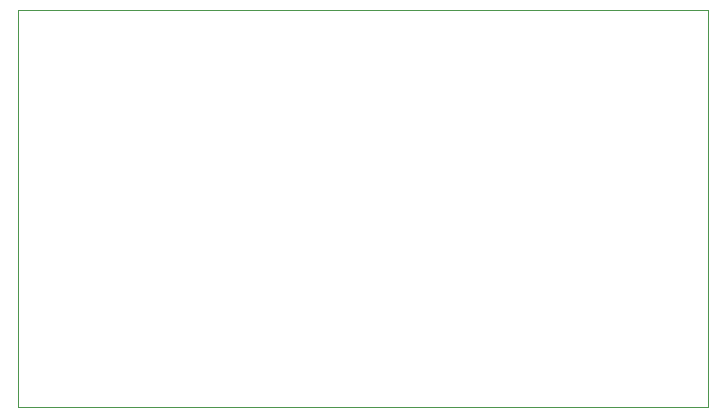
<source format=gbr>
G04 #@! TF.GenerationSoftware,KiCad,Pcbnew,(5.1.5)-3*
G04 #@! TF.CreationDate,2020-05-15T10:26:44+02:00*
G04 #@! TF.ProjectId,kenwood-tnc,6b656e77-6f6f-4642-9d74-6e632e6b6963,rev?*
G04 #@! TF.SameCoordinates,Original*
G04 #@! TF.FileFunction,Profile,NP*
%FSLAX46Y46*%
G04 Gerber Fmt 4.6, Leading zero omitted, Abs format (unit mm)*
G04 Created by KiCad (PCBNEW (5.1.5)-3) date 2020-05-15 10:26:44*
%MOMM*%
%LPD*%
G04 APERTURE LIST*
%ADD10C,0.100000*%
G04 APERTURE END LIST*
D10*
X105410000Y-20320000D02*
X105410000Y-53975000D01*
X46990000Y-20320000D02*
X105410000Y-20320000D01*
X46990000Y-53975000D02*
X46990000Y-20320000D01*
X105410000Y-53975000D02*
X46990000Y-53975000D01*
M02*

</source>
